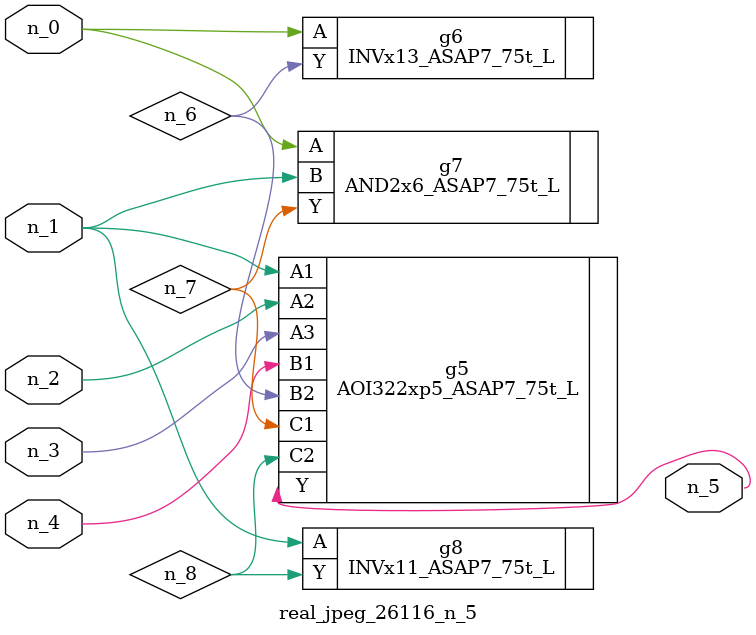
<source format=v>
module real_jpeg_26116_n_5 (n_4, n_0, n_1, n_2, n_3, n_5);

input n_4;
input n_0;
input n_1;
input n_2;
input n_3;

output n_5;

wire n_8;
wire n_6;
wire n_7;

INVx13_ASAP7_75t_L g6 ( 
.A(n_0),
.Y(n_6)
);

AND2x6_ASAP7_75t_L g7 ( 
.A(n_0),
.B(n_1),
.Y(n_7)
);

AOI322xp5_ASAP7_75t_L g5 ( 
.A1(n_1),
.A2(n_2),
.A3(n_3),
.B1(n_4),
.B2(n_6),
.C1(n_7),
.C2(n_8),
.Y(n_5)
);

INVx11_ASAP7_75t_L g8 ( 
.A(n_1),
.Y(n_8)
);


endmodule
</source>
